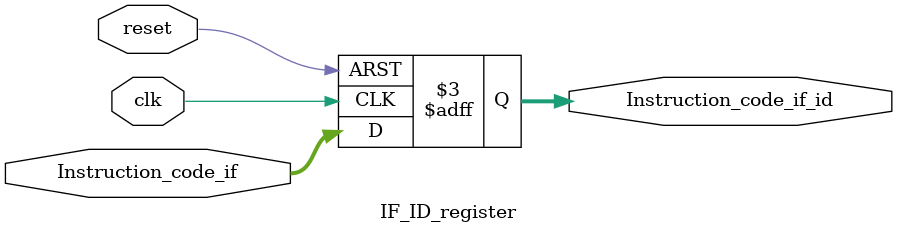
<source format=v>
`timescale 1ns / 1ps

module IF_ID_register(
input clk,
input reset,
input [7:0]Instruction_code_if,
//input regwrite,
output reg [7:0]Instruction_code_if_id
//output reg regwrite_if_id
    );
always@(posedge clk, negedge reset)
if(reset == 0)
begin
    Instruction_code_if_id = 8'b0;
	 //regwrite_if_id = 0;
end
else
begin
    Instruction_code_if_id = Instruction_code_if;
	 //regwrite_if_id = regwrite;
end
endmodule

</source>
